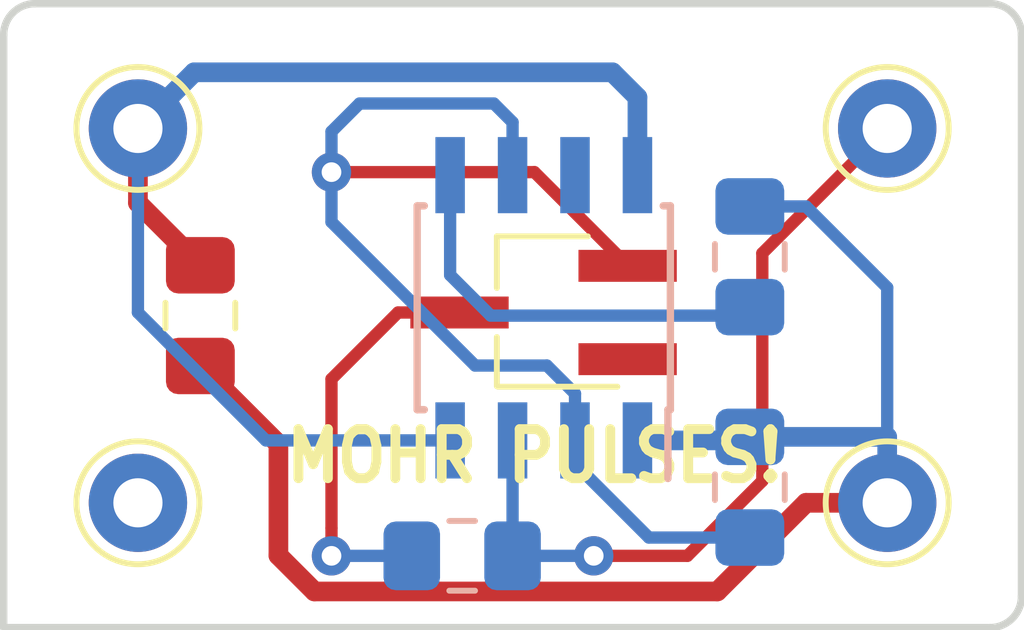
<source format=kicad_pcb>
(kicad_pcb (version 20171130) (host pcbnew 5.1.9+dfsg1-1+deb11u1)

  (general
    (thickness 1.6)
    (drawings 8)
    (tracks 57)
    (zones 0)
    (modules 10)
    (nets 10)
  )

  (page A4)
  (layers
    (0 F.Cu signal)
    (31 B.Cu signal)
    (32 B.Adhes user hide)
    (33 F.Adhes user hide)
    (34 B.Paste user hide)
    (35 F.Paste user hide)
    (36 B.SilkS user)
    (37 F.SilkS user)
    (38 B.Mask user hide)
    (39 F.Mask user hide)
    (40 Dwgs.User user hide)
    (41 Cmts.User user)
    (42 Eco1.User user)
    (43 Eco2.User user)
    (44 Edge.Cuts user)
    (45 Margin user)
    (46 B.CrtYd user)
    (47 F.CrtYd user)
    (48 B.Fab user hide)
    (49 F.Fab user hide)
  )

  (setup
    (last_trace_width 0.25)
    (trace_clearance 0.2)
    (zone_clearance 0.508)
    (zone_45_only no)
    (trace_min 0.2)
    (via_size 0.8)
    (via_drill 0.4)
    (via_min_size 0.4)
    (via_min_drill 0.3)
    (uvia_size 0.3)
    (uvia_drill 0.1)
    (uvias_allowed no)
    (uvia_min_size 0.2)
    (uvia_min_drill 0.1)
    (edge_width 0.15)
    (segment_width 0.2)
    (pcb_text_width 0.3)
    (pcb_text_size 1.5 1.5)
    (mod_edge_width 0.15)
    (mod_text_size 1 1)
    (mod_text_width 0.15)
    (pad_size 1.524 1.524)
    (pad_drill 0.762)
    (pad_to_mask_clearance 0.051)
    (solder_mask_min_width 0.25)
    (aux_axis_origin 0 0)
    (visible_elements 7FFFFFFF)
    (pcbplotparams
      (layerselection 0x010fc_ffffffff)
      (usegerberextensions false)
      (usegerberattributes false)
      (usegerberadvancedattributes false)
      (creategerberjobfile false)
      (excludeedgelayer true)
      (linewidth 0.100000)
      (plotframeref false)
      (viasonmask false)
      (mode 1)
      (useauxorigin false)
      (hpglpennumber 1)
      (hpglpenspeed 20)
      (hpglpendiameter 15.000000)
      (psnegative false)
      (psa4output false)
      (plotreference true)
      (plotvalue true)
      (plotinvisibletext false)
      (padsonsilk false)
      (subtractmaskfromsilk false)
      (outputformat 1)
      (mirror false)
      (drillshape 1)
      (scaleselection 1)
      (outputdirectory ""))
  )

  (net 0 "")
  (net 1 "Net-(J4-Pad1)")
  (net 2 "Net-(R1-Pad2)")
  (net 3 "Net-(C2-Pad1)")
  (net 4 "Net-(C1-Pad2)")
  (net 5 "Net-(C1-Pad1)")
  (net 6 "Net-(U1-Pad7)")
  (net 7 "Net-(J1-Pad1)")
  (net 8 "Net-(RV1-Pad1)")
  (net 9 "Net-(C3-Pad1)")

  (net_class Default "This is the default net class."
    (clearance 0.2)
    (trace_width 0.25)
    (via_dia 0.8)
    (via_drill 0.4)
    (uvia_dia 0.3)
    (uvia_drill 0.1)
    (add_net "Net-(C1-Pad1)")
    (add_net "Net-(C1-Pad2)")
    (add_net "Net-(C2-Pad1)")
    (add_net "Net-(C3-Pad1)")
    (add_net "Net-(J1-Pad1)")
    (add_net "Net-(J4-Pad1)")
    (add_net "Net-(R1-Pad2)")
    (add_net "Net-(RV1-Pad1)")
    (add_net "Net-(U1-Pad7)")
  )

  (module Capacitor_SMD:C_0805_2012Metric_Pad1.15x1.40mm_HandSolder (layer F.Cu) (tedit 5B36C52B) (tstamp 643ABC23)
    (at 200.66 92.71 270)
    (descr "Capacitor SMD 0805 (2012 Metric), square (rectangular) end terminal, IPC_7351 nominal with elongated pad for handsoldering. (Body size source: https://docs.google.com/spreadsheets/d/1BsfQQcO9C6DZCsRaXUlFlo91Tg2WpOkGARC1WS5S8t0/edit?usp=sharing), generated with kicad-footprint-generator")
    (tags "capacitor handsolder")
    (path /642E367E)
    (attr smd)
    (fp_text reference C3 (at 0 -1.65 270) (layer Dwgs.User) hide
      (effects (font (size 1 1) (thickness 0.15)))
    )
    (fp_text value C (at 0 1.65 270) (layer F.Fab)
      (effects (font (size 1 1) (thickness 0.15)))
    )
    (fp_line (start 1.85 0.95) (end -1.85 0.95) (layer F.CrtYd) (width 0.05))
    (fp_line (start 1.85 -0.95) (end 1.85 0.95) (layer F.CrtYd) (width 0.05))
    (fp_line (start -1.85 -0.95) (end 1.85 -0.95) (layer F.CrtYd) (width 0.05))
    (fp_line (start -1.85 0.95) (end -1.85 -0.95) (layer F.CrtYd) (width 0.05))
    (fp_line (start -0.261252 0.71) (end 0.261252 0.71) (layer F.SilkS) (width 0.12))
    (fp_line (start -0.261252 -0.71) (end 0.261252 -0.71) (layer F.SilkS) (width 0.12))
    (fp_line (start 1 0.6) (end -1 0.6) (layer F.Fab) (width 0.1))
    (fp_line (start 1 -0.6) (end 1 0.6) (layer F.Fab) (width 0.1))
    (fp_line (start -1 -0.6) (end 1 -0.6) (layer F.Fab) (width 0.1))
    (fp_line (start -1 0.6) (end -1 -0.6) (layer F.Fab) (width 0.1))
    (fp_text user %R (at 0 0 270) (layer F.Fab)
      (effects (font (size 0.5 0.5) (thickness 0.08)))
    )
    (pad 1 smd roundrect (at -1.025 0 270) (size 1.15 1.4) (layers F.Cu F.Paste F.Mask) (roundrect_rratio 0.217391)
      (net 9 "Net-(C3-Pad1)"))
    (pad 2 smd roundrect (at 1.025 0 270) (size 1.15 1.4) (layers F.Cu F.Paste F.Mask) (roundrect_rratio 0.217391)
      (net 4 "Net-(C1-Pad2)"))
    (model ${KISYS3DMOD}/Capacitor_SMD.3dshapes/C_0805_2012Metric.wrl
      (at (xyz 0 0 0))
      (scale (xyz 1 1 1))
      (rotate (xyz 0 0 0))
    )
  )

  (module Capacitor_SMD:C_0805_2012Metric_Pad1.15x1.40mm_HandSolder (layer B.Cu) (tedit 642E2DE1) (tstamp 643ABDA3)
    (at 211.836 96.2025 90)
    (descr "Capacitor SMD 0805 (2012 Metric), square (rectangular) end terminal, IPC_7351 nominal with elongated pad for handsoldering. (Body size source: https://docs.google.com/spreadsheets/d/1BsfQQcO9C6DZCsRaXUlFlo91Tg2WpOkGARC1WS5S8t0/edit?usp=sharing), generated with kicad-footprint-generator")
    (tags "capacitor handsolder")
    (path /642E223D)
    (attr smd)
    (fp_text reference C2 (at 0 1.65 90) (layer Dwgs.User) hide
      (effects (font (size 1 1) (thickness 0.15)))
    )
    (fp_text value C (at 0 -1.65 90) (layer B.Fab) hide
      (effects (font (size 1 1) (thickness 0.15)) (justify mirror))
    )
    (fp_line (start -1 -0.6) (end -1 0.6) (layer B.Fab) (width 0.1))
    (fp_line (start -1 0.6) (end 1 0.6) (layer B.Fab) (width 0.1))
    (fp_line (start 1 0.6) (end 1 -0.6) (layer B.Fab) (width 0.1))
    (fp_line (start 1 -0.6) (end -1 -0.6) (layer B.Fab) (width 0.1))
    (fp_line (start -0.261252 0.71) (end 0.261252 0.71) (layer B.SilkS) (width 0.12))
    (fp_line (start -0.261252 -0.71) (end 0.261252 -0.71) (layer B.SilkS) (width 0.12))
    (fp_line (start -1.85 -0.95) (end -1.85 0.95) (layer B.CrtYd) (width 0.05))
    (fp_line (start -1.85 0.95) (end 1.85 0.95) (layer B.CrtYd) (width 0.05))
    (fp_line (start 1.85 0.95) (end 1.85 -0.95) (layer B.CrtYd) (width 0.05))
    (fp_line (start 1.85 -0.95) (end -1.85 -0.95) (layer B.CrtYd) (width 0.05))
    (fp_text user %R (at 0 0 90) (layer B.Fab) hide
      (effects (font (size 0.5 0.5) (thickness 0.08)) (justify mirror))
    )
    (pad 2 smd roundrect (at 1.025 0 90) (size 1.15 1.4) (layers B.Cu B.Paste B.Mask) (roundrect_rratio 0.217391)
      (net 4 "Net-(C1-Pad2)"))
    (pad 1 smd roundrect (at -1.025 0 90) (size 1.15 1.4) (layers B.Cu B.Paste B.Mask) (roundrect_rratio 0.217391)
      (net 3 "Net-(C2-Pad1)"))
    (model ${KISYS3DMOD}/Capacitor_SMD.3dshapes/C_0805_2012Metric.wrl
      (at (xyz 0 0 0))
      (scale (xyz 1 1 1))
      (rotate (xyz 0 0 0))
    )
  )

  (module Capacitor_SMD:C_0805_2012Metric_Pad1.15x1.40mm_HandSolder (layer B.Cu) (tedit 642E2D46) (tstamp 643ABD92)
    (at 211.836 91.5125 90)
    (descr "Capacitor SMD 0805 (2012 Metric), square (rectangular) end terminal, IPC_7351 nominal with elongated pad for handsoldering. (Body size source: https://docs.google.com/spreadsheets/d/1BsfQQcO9C6DZCsRaXUlFlo91Tg2WpOkGARC1WS5S8t0/edit?usp=sharing), generated with kicad-footprint-generator")
    (tags "capacitor handsolder")
    (path /642E2EA3)
    (attr smd)
    (fp_text reference C1 (at 0 1.65 90) (layer Dwgs.User)
      (effects (font (size 1 1) (thickness 0.15)))
    )
    (fp_text value C (at 0 -1.65 90) (layer B.Fab)
      (effects (font (size 1 1) (thickness 0.15)) (justify mirror))
    )
    (fp_line (start 1.85 -0.95) (end -1.85 -0.95) (layer B.CrtYd) (width 0.05))
    (fp_line (start 1.85 0.95) (end 1.85 -0.95) (layer B.CrtYd) (width 0.05))
    (fp_line (start -1.85 0.95) (end 1.85 0.95) (layer B.CrtYd) (width 0.05))
    (fp_line (start -1.85 -0.95) (end -1.85 0.95) (layer B.CrtYd) (width 0.05))
    (fp_line (start -0.261252 -0.71) (end 0.261252 -0.71) (layer B.SilkS) (width 0.12))
    (fp_line (start -0.261252 0.71) (end 0.261252 0.71) (layer B.SilkS) (width 0.12))
    (fp_line (start 1 -0.6) (end -1 -0.6) (layer B.Fab) (width 0.1))
    (fp_line (start 1 0.6) (end 1 -0.6) (layer B.Fab) (width 0.1))
    (fp_line (start -1 0.6) (end 1 0.6) (layer B.Fab) (width 0.1))
    (fp_line (start -1 -0.6) (end -1 0.6) (layer B.Fab) (width 0.1))
    (fp_text user %R (at 0 0 90) (layer B.Fab)
      (effects (font (size 0.5 0.5) (thickness 0.08)) (justify mirror))
    )
    (pad 1 smd roundrect (at -1.025 0 90) (size 1.15 1.4) (layers B.Cu B.Paste B.Mask) (roundrect_rratio 0.217391)
      (net 5 "Net-(C1-Pad1)"))
    (pad 2 smd roundrect (at 1.025 0 90) (size 1.15 1.4) (layers B.Cu B.Paste B.Mask) (roundrect_rratio 0.217391)
      (net 4 "Net-(C1-Pad2)"))
    (model ${KISYS3DMOD}/Capacitor_SMD.3dshapes/C_0805_2012Metric.wrl
      (at (xyz 0 0 0))
      (scale (xyz 1 1 1))
      (rotate (xyz 0 0 0))
    )
  )

  (module Connector_Pin:Pin_D1.0mm_L10.0mm (layer F.Cu) (tedit 642E2DD3) (tstamp 643ABD81)
    (at 214.63 88.9)
    (descr "solder Pin_ diameter 1.0mm, hole diameter 1.0mm (press fit), length 10.0mm")
    (tags "solder Pin_ press fit")
    (path /642E1FB8)
    (fp_text reference J4 (at 0 2.25) (layer Dwgs.User) hide
      (effects (font (size 1 1) (thickness 0.15)))
    )
    (fp_text value Conn_01x01_Male (at 0 -2.05) (layer F.Fab) hide
      (effects (font (size 1 1) (thickness 0.15)))
    )
    (fp_circle (center 0 0) (end 1.5 0) (layer F.CrtYd) (width 0.05))
    (fp_circle (center 0 0) (end 0.5 0) (layer F.Fab) (width 0.12))
    (fp_circle (center 0 0) (end 1 0) (layer F.Fab) (width 0.12))
    (fp_circle (center 0 0) (end 1.25 0.05) (layer F.SilkS) (width 0.12))
    (fp_text user %R (at 0 2.25) (layer F.Fab) hide
      (effects (font (size 1 1) (thickness 0.15)))
    )
    (pad 1 thru_hole circle (at 0 0) (size 2 2) (drill 1) (layers *.Cu *.Mask)
      (net 1 "Net-(J4-Pad1)"))
    (model ${KISYS3DMOD}/Connector_Pin.3dshapes/Pin_D1.0mm_L10.0mm.wrl
      (at (xyz 0 0 0))
      (scale (xyz 1 1 1))
      (rotate (xyz 0 0 0))
    )
  )

  (module Connector_Pin:Pin_D1.0mm_L10.0mm (layer F.Cu) (tedit 642E2D3F) (tstamp 643ABD77)
    (at 214.63 96.52)
    (descr "solder Pin_ diameter 1.0mm, hole diameter 1.0mm (press fit), length 10.0mm")
    (tags "solder Pin_ press fit")
    (path /642E1ABB)
    (fp_text reference J3 (at 0 2.25) (layer Dwgs.User)
      (effects (font (size 1 1) (thickness 0.15)))
    )
    (fp_text value Conn_01x01_Male (at 0 -2.05) (layer F.Fab) hide
      (effects (font (size 1 1) (thickness 0.15)))
    )
    (fp_circle (center 0 0) (end 1.25 0.05) (layer F.SilkS) (width 0.12))
    (fp_circle (center 0 0) (end 1 0) (layer F.Fab) (width 0.12))
    (fp_circle (center 0 0) (end 0.5 0) (layer F.Fab) (width 0.12))
    (fp_circle (center 0 0) (end 1.5 0) (layer F.CrtYd) (width 0.05))
    (fp_text user %R (at 0 2.25) (layer F.Fab) hide
      (effects (font (size 1 1) (thickness 0.15)))
    )
    (pad 1 thru_hole circle (at 0 0) (size 2 2) (drill 1) (layers *.Cu *.Mask)
      (net 4 "Net-(C1-Pad2)"))
    (model ${KISYS3DMOD}/Connector_Pin.3dshapes/Pin_D1.0mm_L10.0mm.wrl
      (at (xyz 0 0 0))
      (scale (xyz 1 1 1))
      (rotate (xyz 0 0 0))
    )
  )

  (module Connector_Pin:Pin_D1.0mm_L10.0mm (layer F.Cu) (tedit 642E2D4A) (tstamp 643ABD6D)
    (at 199.39 88.9)
    (descr "solder Pin_ diameter 1.0mm, hole diameter 1.0mm (press fit), length 10.0mm")
    (tags "solder Pin_ press fit")
    (path /642E19F5)
    (fp_text reference J2 (at 0 2.25) (layer Dwgs.User)
      (effects (font (size 1 1) (thickness 0.15)))
    )
    (fp_text value Conn_01x01_Male (at 0 -2.05) (layer F.Fab) hide
      (effects (font (size 1 1) (thickness 0.15)))
    )
    (fp_circle (center 0 0) (end 1.5 0) (layer F.CrtYd) (width 0.05))
    (fp_circle (center 0 0) (end 0.5 0) (layer F.Fab) (width 0.12))
    (fp_circle (center 0 0) (end 1 0) (layer F.Fab) (width 0.12))
    (fp_circle (center 0 0) (end 1.25 0.05) (layer F.SilkS) (width 0.12))
    (fp_text user %R (at 0 2.25) (layer F.Fab) hide
      (effects (font (size 1 1) (thickness 0.15)))
    )
    (pad 1 thru_hole circle (at 0 0) (size 2 2) (drill 1) (layers *.Cu *.Mask)
      (net 9 "Net-(C3-Pad1)"))
    (model ${KISYS3DMOD}/Connector_Pin.3dshapes/Pin_D1.0mm_L10.0mm.wrl
      (at (xyz 0 0 0))
      (scale (xyz 1 1 1))
      (rotate (xyz 0 0 0))
    )
  )

  (module Connector_Pin:Pin_D1.0mm_L10.0mm (layer F.Cu) (tedit 642E2D50) (tstamp 643ABD63)
    (at 199.39 96.52)
    (descr "solder Pin_ diameter 1.0mm, hole diameter 1.0mm (press fit), length 10.0mm")
    (tags "solder Pin_ press fit")
    (path /642E1A93)
    (fp_text reference J1 (at 0 2.25) (layer Dwgs.User)
      (effects (font (size 1 1) (thickness 0.15)))
    )
    (fp_text value Conn_01x01_Male (at 0 -2.05) (layer F.Fab) hide
      (effects (font (size 1 1) (thickness 0.15)))
    )
    (fp_circle (center 0 0) (end 1.25 0.05) (layer F.SilkS) (width 0.12))
    (fp_circle (center 0 0) (end 1 0) (layer F.Fab) (width 0.12))
    (fp_circle (center 0 0) (end 0.5 0) (layer F.Fab) (width 0.12))
    (fp_circle (center 0 0) (end 1.5 0) (layer F.CrtYd) (width 0.05))
    (fp_text user %R (at 0 2.25) (layer F.Fab) hide
      (effects (font (size 1 1) (thickness 0.15)))
    )
    (pad 1 thru_hole circle (at 0 0) (size 2 2) (drill 1) (layers *.Cu *.Mask)
      (net 7 "Net-(J1-Pad1)"))
    (model ${KISYS3DMOD}/Connector_Pin.3dshapes/Pin_D1.0mm_L10.0mm.wrl
      (at (xyz 0 0 0))
      (scale (xyz 1 1 1))
      (rotate (xyz 0 0 0))
    )
  )

  (module Package_SO:SOIC-8_3.9x4.9mm_P1.27mm (layer B.Cu) (tedit 642E2D64) (tstamp 643ABD59)
    (at 207.645 92.55 90)
    (descr "8-Lead Plastic Small Outline (SN) - Narrow, 3.90 mm Body [SOIC] (see Microchip Packaging Specification http://ww1.microchip.com/downloads/en/PackagingSpec/00000049BQ.pdf)")
    (tags "SOIC 1.27")
    (path /642E1884)
    (attr smd)
    (fp_text reference U1 (at 0 3.5 90) (layer Dwgs.User)
      (effects (font (size 1 1) (thickness 0.15)))
    )
    (fp_text value LM555 (at 0 -3.5 90) (layer B.Fab)
      (effects (font (size 1 1) (thickness 0.15)) (justify mirror))
    )
    (fp_line (start -2.075 2.525) (end -3.475 2.525) (layer B.SilkS) (width 0.15))
    (fp_line (start -2.075 -2.575) (end 2.075 -2.575) (layer B.SilkS) (width 0.15))
    (fp_line (start -2.075 2.575) (end 2.075 2.575) (layer B.SilkS) (width 0.15))
    (fp_line (start -2.075 -2.575) (end -2.075 -2.43) (layer B.SilkS) (width 0.15))
    (fp_line (start 2.075 -2.575) (end 2.075 -2.43) (layer B.SilkS) (width 0.15))
    (fp_line (start 2.075 2.575) (end 2.075 2.43) (layer B.SilkS) (width 0.15))
    (fp_line (start -2.075 2.575) (end -2.075 2.525) (layer B.SilkS) (width 0.15))
    (fp_line (start -3.73 -2.7) (end 3.73 -2.7) (layer B.CrtYd) (width 0.05))
    (fp_line (start -3.73 2.7) (end 3.73 2.7) (layer B.CrtYd) (width 0.05))
    (fp_line (start 3.73 2.7) (end 3.73 -2.7) (layer B.CrtYd) (width 0.05))
    (fp_line (start -3.73 2.7) (end -3.73 -2.7) (layer B.CrtYd) (width 0.05))
    (fp_line (start -1.95 1.45) (end -0.95 2.45) (layer B.Fab) (width 0.1))
    (fp_line (start -1.95 -2.45) (end -1.95 1.45) (layer B.Fab) (width 0.1))
    (fp_line (start 1.95 -2.45) (end -1.95 -2.45) (layer B.Fab) (width 0.1))
    (fp_line (start 1.95 2.45) (end 1.95 -2.45) (layer B.Fab) (width 0.1))
    (fp_line (start -0.95 2.45) (end 1.95 2.45) (layer B.Fab) (width 0.1))
    (fp_text user %R (at 0 0 90) (layer B.Fab)
      (effects (font (size 1 1) (thickness 0.15)) (justify mirror))
    )
    (pad 1 smd rect (at -2.7 1.905 90) (size 1.55 0.6) (layers B.Cu B.Paste B.Mask)
      (net 4 "Net-(C1-Pad2)"))
    (pad 2 smd rect (at -2.7 0.635 90) (size 1.55 0.6) (layers B.Cu B.Paste B.Mask)
      (net 3 "Net-(C2-Pad1)"))
    (pad 3 smd rect (at -2.7 -0.635 90) (size 1.55 0.6) (layers B.Cu B.Paste B.Mask)
      (net 1 "Net-(J4-Pad1)"))
    (pad 4 smd rect (at -2.7 -1.905 90) (size 1.55 0.6) (layers B.Cu B.Paste B.Mask)
      (net 9 "Net-(C3-Pad1)"))
    (pad 5 smd rect (at 2.7 -1.905 90) (size 1.55 0.6) (layers B.Cu B.Paste B.Mask)
      (net 5 "Net-(C1-Pad1)"))
    (pad 6 smd rect (at 2.7 -0.635 90) (size 1.55 0.6) (layers B.Cu B.Paste B.Mask)
      (net 3 "Net-(C2-Pad1)"))
    (pad 7 smd rect (at 2.7 0.635 90) (size 1.55 0.6) (layers B.Cu B.Paste B.Mask)
      (net 6 "Net-(U1-Pad7)"))
    (pad 8 smd rect (at 2.7 1.905 90) (size 1.55 0.6) (layers B.Cu B.Paste B.Mask)
      (net 9 "Net-(C3-Pad1)"))
    (model ${KISYS3DMOD}/Package_SO.3dshapes/SOIC-8_3.9x4.9mm_P1.27mm.wrl
      (at (xyz 0 0 0))
      (scale (xyz 1 1 1))
      (rotate (xyz 0 0 0))
    )
  )

  (module Package_TO_SOT_SMD:TSOT-23_HandSoldering (layer F.Cu) (tedit 642E2D56) (tstamp 643ABD3C)
    (at 207.6405 92.6465 180)
    (descr "5-pin TSOT23 package, http://cds.linear.com/docs/en/packaging/SOT_5_05-08-1635.pdf")
    (tags "TSOT-23 Hand-soldering")
    (path /642E293D)
    (attr smd)
    (fp_text reference RV1 (at 0 -2.45 180) (layer Dwgs.User)
      (effects (font (size 1 1) (thickness 0.15)))
    )
    (fp_text value R_POT_US (at 0 2.5 180) (layer F.Fab) hide
      (effects (font (size 1 1) (thickness 0.15)))
    )
    (fp_line (start 2.96 1.7) (end -2.96 1.7) (layer F.CrtYd) (width 0.05))
    (fp_line (start 2.96 1.7) (end 2.96 -1.7) (layer F.CrtYd) (width 0.05))
    (fp_line (start -2.96 -1.7) (end -2.96 1.7) (layer F.CrtYd) (width 0.05))
    (fp_line (start -2.96 -1.7) (end 2.96 -1.7) (layer F.CrtYd) (width 0.05))
    (fp_line (start 0.88 -1.45) (end 0.88 1.45) (layer F.Fab) (width 0.1))
    (fp_line (start 0.88 1.45) (end -0.88 1.45) (layer F.Fab) (width 0.1))
    (fp_line (start -0.88 -1) (end -0.88 1.45) (layer F.Fab) (width 0.1))
    (fp_line (start 0.88 -1.45) (end -0.43 -1.45) (layer F.Fab) (width 0.1))
    (fp_line (start -0.88 -1) (end -0.43 -1.45) (layer F.Fab) (width 0.1))
    (fp_line (start 0.93 -1.51) (end -1.5 -1.51) (layer F.SilkS) (width 0.12))
    (fp_line (start 0.95 -1.5) (end 0.95 -0.5) (layer F.SilkS) (width 0.12))
    (fp_line (start 0.95 1.55) (end -0.9 1.55) (layer F.SilkS) (width 0.12))
    (fp_line (start 0.95 0.5) (end 0.95 1.55) (layer F.SilkS) (width 0.12))
    (fp_text user %R (at 0 0 270) (layer F.Fab) hide
      (effects (font (size 0.5 0.5) (thickness 0.075)))
    )
    (pad 1 smd rect (at -1.71 -0.95 180) (size 2 0.65) (layers F.Cu F.Paste F.Mask)
      (net 8 "Net-(RV1-Pad1)"))
    (pad 2 smd rect (at -1.71 0.95 180) (size 2 0.65) (layers F.Cu F.Paste F.Mask)
      (net 3 "Net-(C2-Pad1)"))
    (pad 3 smd rect (at 1.71 0 180) (size 2 0.65) (layers F.Cu F.Paste F.Mask)
      (net 2 "Net-(R1-Pad2)"))
    (model ${KISYS3DMOD}/Package_TO_SOT_SMD.3dshapes/TSOT-23.wrl
      (at (xyz 0 0 0))
      (scale (xyz 1 1 1))
      (rotate (xyz 0 0 0))
    )
  )

  (module Resistor_SMD:R_0805_2012Metric_Pad1.15x1.40mm_HandSolder (layer B.Cu) (tedit 642E2D5C) (tstamp 643ABD27)
    (at 205.985 97.5995 180)
    (descr "Resistor SMD 0805 (2012 Metric), square (rectangular) end terminal, IPC_7351 nominal with elongated pad for handsoldering. (Body size source: https://docs.google.com/spreadsheets/d/1BsfQQcO9C6DZCsRaXUlFlo91Tg2WpOkGARC1WS5S8t0/edit?usp=sharing), generated with kicad-footprint-generator")
    (tags "resistor handsolder")
    (path /642E2830)
    (attr smd)
    (fp_text reference R1 (at 0 1.65 180) (layer Dwgs.User)
      (effects (font (size 1 1) (thickness 0.15)))
    )
    (fp_text value R_US (at 0 -1.65 180) (layer B.Fab) hide
      (effects (font (size 1 1) (thickness 0.15)) (justify mirror))
    )
    (fp_line (start 1.85 -0.95) (end -1.85 -0.95) (layer B.CrtYd) (width 0.05))
    (fp_line (start 1.85 0.95) (end 1.85 -0.95) (layer B.CrtYd) (width 0.05))
    (fp_line (start -1.85 0.95) (end 1.85 0.95) (layer B.CrtYd) (width 0.05))
    (fp_line (start -1.85 -0.95) (end -1.85 0.95) (layer B.CrtYd) (width 0.05))
    (fp_line (start -0.261252 -0.71) (end 0.261252 -0.71) (layer B.SilkS) (width 0.12))
    (fp_line (start -0.261252 0.71) (end 0.261252 0.71) (layer B.SilkS) (width 0.12))
    (fp_line (start 1 -0.6) (end -1 -0.6) (layer B.Fab) (width 0.1))
    (fp_line (start 1 0.6) (end 1 -0.6) (layer B.Fab) (width 0.1))
    (fp_line (start -1 0.6) (end 1 0.6) (layer B.Fab) (width 0.1))
    (fp_line (start -1 -0.6) (end -1 0.6) (layer B.Fab) (width 0.1))
    (fp_text user %R (at 0 0 180) (layer B.Fab) hide
      (effects (font (size 0.5 0.5) (thickness 0.08)) (justify mirror))
    )
    (pad 1 smd roundrect (at -1.025 0 180) (size 1.15 1.4) (layers B.Cu B.Paste B.Mask) (roundrect_rratio 0.217391)
      (net 1 "Net-(J4-Pad1)"))
    (pad 2 smd roundrect (at 1.025 0 180) (size 1.15 1.4) (layers B.Cu B.Paste B.Mask) (roundrect_rratio 0.217391)
      (net 2 "Net-(R1-Pad2)"))
    (model ${KISYS3DMOD}/Resistor_SMD.3dshapes/R_0805_2012Metric.wrl
      (at (xyz 0 0 0))
      (scale (xyz 1 1 1))
      (rotate (xyz 0 0 0))
    )
  )

  (gr_text "MOHR PULSES!" (at 207.4545 95.5675) (layer F.SilkS)
    (effects (font (size 1 0.9) (thickness 0.2)))
  )
  (gr_arc (start 216.7255 98.425) (end 216.7255 99.06) (angle -90) (layer Edge.Cuts) (width 0.15))
  (gr_arc (start 197.2945 86.995) (end 197.2945 86.36) (angle -90) (layer Edge.Cuts) (width 0.15))
  (gr_arc (start 216.7255 86.995) (end 217.3605 86.995) (angle -90) (layer Edge.Cuts) (width 0.15))
  (gr_line (start 217.3605 98.425) (end 217.3605 86.995) (layer Edge.Cuts) (width 0.15))
  (gr_line (start 196.6595 99.06) (end 216.7255 99.06) (layer Edge.Cuts) (width 0.15))
  (gr_line (start 196.6595 86.995) (end 196.6595 99.06) (layer Edge.Cuts) (width 0.15))
  (gr_line (start 216.7255 86.36) (end 197.2945 86.36) (layer Edge.Cuts) (width 0.15))

  (segment (start 207.01 95.25) (end 207.01 97.4725) (width 0.25) (layer B.Cu) (net 1))
  (segment (start 207.01 97.4725) (end 207.01 97.5995) (width 0.25) (layer B.Cu) (net 1) (tstamp 643ACCB5))
  (via (at 208.661 97.5995) (size 0.8) (drill 0.4) (layers F.Cu B.Cu) (net 1))
  (segment (start 208.661 97.5995) (end 207.01 97.5995) (width 0.25) (layer B.Cu) (net 1))
  (segment (start 210.566 97.5995) (end 208.661 97.5995) (width 0.25) (layer F.Cu) (net 1))
  (segment (start 212.09 96.0755) (end 210.566 97.5995) (width 0.25) (layer F.Cu) (net 1))
  (segment (start 212.09 91.44) (end 212.09 96.0755) (width 0.25) (layer F.Cu) (net 1))
  (segment (start 214.63 88.9) (end 212.09 91.44) (width 0.25) (layer F.Cu) (net 1))
  (via (at 203.327 97.5995) (size 0.8) (drill 0.4) (layers F.Cu B.Cu) (net 2))
  (segment (start 203.327 97.5995) (end 204.96 97.5995) (width 0.25) (layer B.Cu) (net 2))
  (segment (start 203.327 97.033815) (end 203.327 97.5995) (width 0.25) (layer F.Cu) (net 2))
  (segment (start 203.327 94) (end 203.327 97.033815) (width 0.25) (layer F.Cu) (net 2))
  (segment (start 204.6805 92.6465) (end 203.327 94) (width 0.25) (layer F.Cu) (net 2))
  (segment (start 205.9305 92.6465) (end 204.6805 92.6465) (width 0.25) (layer F.Cu) (net 2))
  (segment (start 208.28 95.725) (end 208.28 95.25) (width 0.25) (layer B.Cu) (net 3))
  (segment (start 209.7825 97.2275) (end 208.28 95.725) (width 0.25) (layer B.Cu) (net 3))
  (segment (start 211.836 97.2275) (end 209.7825 97.2275) (width 0.25) (layer B.Cu) (net 3))
  (via (at 203.327 89.789) (size 0.8) (drill 0.4) (layers F.Cu B.Cu) (net 3))
  (segment (start 207.4545 89.789) (end 203.327 89.789) (width 0.25) (layer F.Cu) (net 3))
  (segment (start 209.3505 91.685) (end 207.4545 89.789) (width 0.25) (layer F.Cu) (net 3))
  (segment (start 209.3505 91.6965) (end 209.3505 91.685) (width 0.25) (layer F.Cu) (net 3))
  (segment (start 207.01 88.773) (end 207.01 89.85) (width 0.25) (layer B.Cu) (net 3))
  (segment (start 203.327 89.789) (end 203.327 88.9635) (width 0.25) (layer B.Cu) (net 3))
  (segment (start 203.327 88.9635) (end 203.8985 88.392) (width 0.25) (layer B.Cu) (net 3))
  (segment (start 203.8985 88.392) (end 206.629 88.392) (width 0.25) (layer B.Cu) (net 3))
  (segment (start 206.629 88.392) (end 207.01 88.773) (width 0.25) (layer B.Cu) (net 3))
  (segment (start 208.28 95.25) (end 208.28 94.2975) (width 0.25) (layer B.Cu) (net 3))
  (segment (start 203.327 90.805) (end 203.327 89.789) (width 0.25) (layer B.Cu) (net 3))
  (segment (start 208.28 94.2975) (end 207.7085 93.726) (width 0.25) (layer B.Cu) (net 3))
  (segment (start 207.7085 93.726) (end 206.248 93.726) (width 0.25) (layer B.Cu) (net 3))
  (segment (start 206.248 93.726) (end 203.327 90.805) (width 0.25) (layer B.Cu) (net 3))
  (segment (start 211.7635 95.25) (end 211.836 95.1775) (width 0.25) (layer B.Cu) (net 4))
  (segment (start 209.55 95.25) (end 211.7635 95.25) (width 0.4) (layer B.Cu) (net 4))
  (segment (start 214.63 95.1865) (end 214.63 96.52) (width 0.4) (layer B.Cu) (net 4))
  (segment (start 212.979 90.4875) (end 211.582 90.4875) (width 0.25) (layer B.Cu) (net 4))
  (segment (start 214.63 92.1385) (end 212.979 90.4875) (width 0.25) (layer B.Cu) (net 4))
  (segment (start 214.63 95.1865) (end 214.63 92.1385) (width 0.25) (layer B.Cu) (net 4))
  (segment (start 212.1625 95.1775) (end 214.63 95.1775) (width 0.4) (layer B.Cu) (net 4))
  (segment (start 212.09 95.25) (end 212.1625 95.1775) (width 0.4) (layer B.Cu) (net 4))
  (segment (start 212.979 96.52) (end 214.63 96.52) (width 0.4) (layer F.Cu) (net 4))
  (segment (start 202.2475 95.3225) (end 202.2475 97.593002) (width 0.4) (layer F.Cu) (net 4))
  (segment (start 202.2475 97.593002) (end 202.978999 98.324501) (width 0.4) (layer F.Cu) (net 4))
  (segment (start 211.174499 98.324501) (end 212.979 96.52) (width 0.4) (layer F.Cu) (net 4))
  (segment (start 200.66 93.735) (end 202.2475 95.3225) (width 0.4) (layer F.Cu) (net 4))
  (segment (start 202.978999 98.324501) (end 211.174499 98.324501) (width 0.4) (layer F.Cu) (net 4))
  (segment (start 206.5655 92.71) (end 211.905 92.71) (width 0.25) (layer B.Cu) (net 5))
  (segment (start 205.74 91.8845) (end 206.5655 92.71) (width 0.25) (layer B.Cu) (net 5))
  (segment (start 205.74 89.85) (end 205.74 91.8845) (width 0.25) (layer B.Cu) (net 5))
  (segment (start 209.55 88.265) (end 209.55 89.85) (width 0.4) (layer B.Cu) (net 9))
  (segment (start 209.042 87.757) (end 209.55 88.265) (width 0.4) (layer B.Cu) (net 9))
  (segment (start 200.533 87.757) (end 209.042 87.757) (width 0.4) (layer B.Cu) (net 9))
  (segment (start 199.39 88.9) (end 200.533 87.757) (width 0.4) (layer B.Cu) (net 9))
  (segment (start 199.39 92.6465) (end 199.39 88.9) (width 0.25) (layer B.Cu) (net 9))
  (segment (start 201.9935 95.25) (end 199.39 92.6465) (width 0.25) (layer B.Cu) (net 9))
  (segment (start 205.74 95.25) (end 201.9935 95.25) (width 0.25) (layer B.Cu) (net 9))
  (segment (start 199.39 90.415) (end 200.66 91.685) (width 0.4) (layer F.Cu) (net 9))
  (segment (start 199.39 88.9) (end 199.39 90.415) (width 0.4) (layer F.Cu) (net 9))

)

</source>
